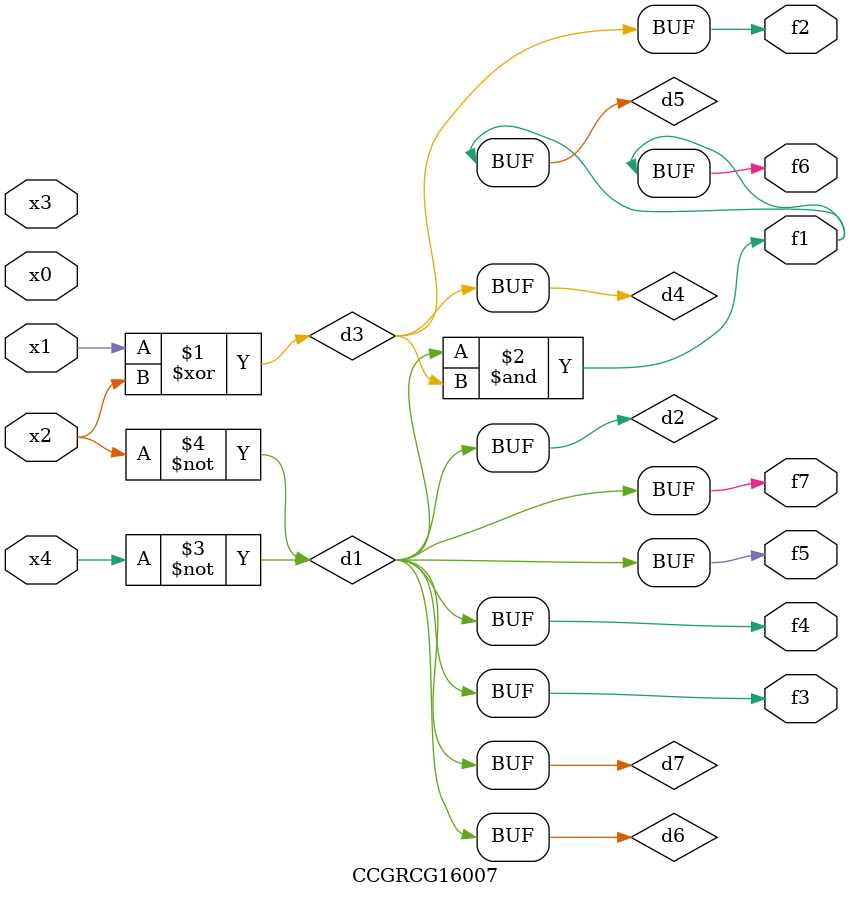
<source format=v>
module CCGRCG16007(
	input x0, x1, x2, x3, x4,
	output f1, f2, f3, f4, f5, f6, f7
);

	wire d1, d2, d3, d4, d5, d6, d7;

	not (d1, x4);
	not (d2, x2);
	xor (d3, x1, x2);
	buf (d4, d3);
	and (d5, d1, d3);
	buf (d6, d1, d2);
	buf (d7, d2);
	assign f1 = d5;
	assign f2 = d4;
	assign f3 = d7;
	assign f4 = d7;
	assign f5 = d7;
	assign f6 = d5;
	assign f7 = d7;
endmodule

</source>
